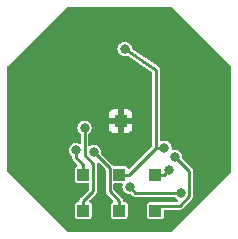
<source format=gbr>
%TF.GenerationSoftware,KiCad,Pcbnew,7.0.7*%
%TF.CreationDate,2023-11-24T20:38:26+10:30*%
%TF.ProjectId,ring_pcb_IR,72696e67-5f70-4636-925f-49522e6b6963,rev?*%
%TF.SameCoordinates,Original*%
%TF.FileFunction,Copper,L2,Bot*%
%TF.FilePolarity,Positive*%
%FSLAX46Y46*%
G04 Gerber Fmt 4.6, Leading zero omitted, Abs format (unit mm)*
G04 Created by KiCad (PCBNEW 7.0.7) date 2023-11-24 20:38:26*
%MOMM*%
%LPD*%
G01*
G04 APERTURE LIST*
%TA.AperFunction,SMDPad,CuDef*%
%ADD10R,1.000000X1.000000*%
%TD*%
%TA.AperFunction,ViaPad*%
%ADD11C,0.800000*%
%TD*%
%TA.AperFunction,Conductor*%
%ADD12C,0.250000*%
%TD*%
G04 APERTURE END LIST*
D10*
%TO.P,TP5,1,1*%
%TO.N,PB4*%
X133500400Y-115798600D03*
%TD*%
%TO.P,TP2,1,1*%
%TO.N,PB1*%
X139600400Y-118848600D03*
%TD*%
%TO.P,TP4,1,1*%
%TO.N,PB3*%
X136550400Y-118848600D03*
%TD*%
%TO.P,TP9,1,1*%
%TO.N,VCC*%
X136652000Y-111252000D03*
%TD*%
%TO.P,TP1,1,1*%
%TO.N,PB0*%
X139600400Y-115798600D03*
%TD*%
%TO.P,TP3,1,1*%
%TO.N,PB2*%
X136550400Y-115798600D03*
%TD*%
%TO.P,TP6,1,1*%
%TO.N,PB5*%
X133500400Y-118848600D03*
%TD*%
D11*
%TO.N,VCC*%
X141732000Y-106426000D03*
X132842000Y-108204000D03*
X132080000Y-105130000D03*
X140716000Y-108458000D03*
X140716000Y-112014000D03*
%TO.N,GND*%
X141732000Y-117348000D03*
X137414000Y-116877500D03*
%TO.N,PB0*%
X140715000Y-115406000D03*
%TO.N,PB1*%
X141271000Y-114292000D03*
%TO.N,PB2*%
X140370000Y-113516000D03*
X136994000Y-105156000D03*
%TO.N,PB3*%
X134400000Y-113907000D03*
%TO.N,PB4*%
X132861000Y-113741000D03*
%TO.N,PB5*%
X133606000Y-111826000D03*
%TD*%
D12*
%TO.N,VCC*%
X140716000Y-108458000D02*
X140716000Y-112014000D01*
X140716000Y-107442000D02*
X141732000Y-106426000D01*
X132842000Y-108204000D02*
X132842000Y-105892000D01*
X140716000Y-108458000D02*
X140716000Y-107442000D01*
X132842000Y-105892000D02*
X132080000Y-105130000D01*
%TO.N,GND*%
X141732000Y-117348000D02*
X137884500Y-117348000D01*
X137884500Y-117348000D02*
X137414000Y-116877500D01*
%TO.N,PB0*%
X139600800Y-115799000D02*
X139600400Y-115798600D01*
X139600800Y-115799000D02*
X140426000Y-115799000D01*
X140426000Y-115799000D02*
X140426000Y-115696000D01*
X140426000Y-115696000D02*
X140715000Y-115406000D01*
X139600000Y-115799000D02*
X139600800Y-115799000D01*
%TO.N,PB1*%
X139600000Y-118436500D02*
X141668098Y-118436500D01*
X139600000Y-118436500D02*
X139600400Y-118436900D01*
X142456500Y-115477500D02*
X141271000Y-114292000D01*
X142456500Y-117648098D02*
X142456500Y-115477500D01*
X139600400Y-118436900D02*
X139600400Y-118848600D01*
X141668098Y-118436500D02*
X142456500Y-117648098D01*
X139600000Y-118849000D02*
X139600000Y-118436500D01*
%TO.N,PB2*%
X136550800Y-115799000D02*
X136550400Y-115798600D01*
X139661000Y-106952000D02*
X139661000Y-113513000D01*
X136994000Y-105156000D02*
X139661000Y-106952000D01*
X139661000Y-113513000D02*
X140366000Y-113513000D01*
X140366000Y-113513000D02*
X140370000Y-113516000D01*
X137376000Y-115799000D02*
X139661000Y-113513000D01*
X136550000Y-115799000D02*
X136550800Y-115799000D01*
X136550800Y-115799000D02*
X137376000Y-115799000D01*
%TO.N,PB3*%
X135725000Y-115232000D02*
X134400000Y-113907000D01*
X135725000Y-117198000D02*
X135725000Y-115232000D01*
X136550000Y-118436500D02*
X136550400Y-118436900D01*
X136550000Y-118436500D02*
X136550000Y-118024000D01*
X136550000Y-118024000D02*
X135725000Y-117198000D01*
X136550000Y-118849000D02*
X136550000Y-118436500D01*
X136550400Y-118436900D02*
X136550400Y-118848600D01*
%TO.N,PB4*%
X133500000Y-114974000D02*
X132861000Y-114334000D01*
X133500000Y-115386500D02*
X133500400Y-115386900D01*
X133500000Y-115799000D02*
X133500000Y-115386500D01*
X133500400Y-115386900D02*
X133500400Y-115798600D01*
X133500000Y-115386500D02*
X133500000Y-114974000D01*
X132861000Y-114334000D02*
X132861000Y-113741000D01*
%TO.N,PB5*%
X133606000Y-114155000D02*
X133606000Y-111826000D01*
X134326000Y-117198000D02*
X134326000Y-114875000D01*
X134326000Y-114875000D02*
X133606000Y-114155000D01*
X133500400Y-118436900D02*
X133500400Y-118848600D01*
X133500000Y-118849000D02*
X133500000Y-118436500D01*
X133500000Y-118436500D02*
X133500400Y-118436900D01*
X133500000Y-118436500D02*
X133500000Y-118024000D01*
X133500000Y-118024000D02*
X134326000Y-117198000D01*
%TD*%
%TA.AperFunction,Conductor*%
%TO.N,VCC*%
G36*
X140985469Y-101620185D02*
G01*
X141006111Y-101636819D01*
X145988281Y-106618988D01*
X146021766Y-106680311D01*
X146024600Y-106706669D01*
X146024600Y-115468379D01*
X146004915Y-115535418D01*
X145988935Y-115555402D01*
X141016962Y-120602328D01*
X141006109Y-120613181D01*
X140944786Y-120646666D01*
X140918428Y-120649500D01*
X140796000Y-120649500D01*
X132181953Y-120624746D01*
X132114970Y-120604869D01*
X132094628Y-120588428D01*
X127087118Y-115580918D01*
X127053633Y-115519595D01*
X127050800Y-115493246D01*
X127050800Y-113741001D01*
X132255318Y-113741001D01*
X132275955Y-113897760D01*
X132275956Y-113897762D01*
X132336464Y-114043841D01*
X132432718Y-114169282D01*
X132486987Y-114210924D01*
X132528189Y-114267349D01*
X132535500Y-114309298D01*
X132535500Y-114316924D01*
X132535260Y-114322379D01*
X132531713Y-114362548D01*
X132531714Y-114362552D01*
X132542197Y-114401798D01*
X132543355Y-114407031D01*
X132550411Y-114447044D01*
X132552436Y-114452610D01*
X132558838Y-114468082D01*
X132561336Y-114473449D01*
X132584611Y-114506744D01*
X132587489Y-114511264D01*
X132607806Y-114546455D01*
X132638697Y-114572375D01*
X132642714Y-114576059D01*
X132970410Y-114904268D01*
X133003847Y-114965618D01*
X132998808Y-115035305D01*
X132956893Y-115091206D01*
X132930115Y-115106441D01*
X132922169Y-115109732D01*
X132855847Y-115154047D01*
X132811532Y-115220369D01*
X132811531Y-115220370D01*
X132799900Y-115278847D01*
X132799900Y-116318352D01*
X132811531Y-116376829D01*
X132811532Y-116376830D01*
X132855847Y-116443152D01*
X132922169Y-116487467D01*
X132922170Y-116487468D01*
X132980647Y-116499099D01*
X132980650Y-116499100D01*
X132980652Y-116499100D01*
X133876500Y-116499100D01*
X133943539Y-116518785D01*
X133989294Y-116571589D01*
X134000500Y-116623100D01*
X134000500Y-117011811D01*
X133980815Y-117078850D01*
X133964181Y-117099492D01*
X133281803Y-117781870D01*
X133277814Y-117785525D01*
X133246805Y-117811545D01*
X133226562Y-117846606D01*
X133223656Y-117851166D01*
X133200446Y-117884313D01*
X133198206Y-117889117D01*
X133191229Y-117905961D01*
X133189410Y-117910959D01*
X133182383Y-117950811D01*
X133181212Y-117956091D01*
X133170735Y-117995191D01*
X133170735Y-117995193D01*
X133172319Y-118013292D01*
X133158552Y-118081792D01*
X133109937Y-118131976D01*
X133048791Y-118148100D01*
X132980647Y-118148100D01*
X132922170Y-118159731D01*
X132922169Y-118159732D01*
X132855847Y-118204047D01*
X132811532Y-118270369D01*
X132811531Y-118270370D01*
X132799900Y-118328847D01*
X132799900Y-119368352D01*
X132811531Y-119426829D01*
X132811532Y-119426830D01*
X132855847Y-119493152D01*
X132922169Y-119537467D01*
X132922170Y-119537468D01*
X132980647Y-119549099D01*
X132980650Y-119549100D01*
X132980652Y-119549100D01*
X134020150Y-119549100D01*
X134020151Y-119549099D01*
X134034968Y-119546152D01*
X134078629Y-119537468D01*
X134078629Y-119537467D01*
X134078631Y-119537467D01*
X134144952Y-119493152D01*
X134189267Y-119426831D01*
X134189267Y-119426829D01*
X134189268Y-119426829D01*
X134200899Y-119368352D01*
X134200900Y-119368350D01*
X134200900Y-118328849D01*
X134200899Y-118328847D01*
X134189268Y-118270370D01*
X134189267Y-118270369D01*
X134144952Y-118204047D01*
X134078631Y-118159732D01*
X134070448Y-118156343D01*
X134016046Y-118112500D01*
X133993983Y-118046205D01*
X134011264Y-117978506D01*
X134030219Y-117954106D01*
X134544210Y-117440115D01*
X134548172Y-117436484D01*
X134579194Y-117410455D01*
X134599444Y-117375378D01*
X134602333Y-117370845D01*
X134625553Y-117337684D01*
X134625555Y-117337676D01*
X134627816Y-117332828D01*
X134634754Y-117316079D01*
X134636583Y-117311052D01*
X134636588Y-117311045D01*
X134643622Y-117271147D01*
X134644779Y-117265929D01*
X134655263Y-117226807D01*
X134651735Y-117186489D01*
X134651500Y-117181086D01*
X134651500Y-114918187D01*
X134671185Y-114851148D01*
X134723989Y-114805393D01*
X134793147Y-114795449D01*
X134856703Y-114824474D01*
X134863166Y-114830492D01*
X135123362Y-115090688D01*
X135363181Y-115330507D01*
X135396666Y-115391830D01*
X135399500Y-115418188D01*
X135399500Y-117180957D01*
X135399261Y-117186401D01*
X135395719Y-117226606D01*
X135395719Y-117226607D01*
X135406200Y-117265821D01*
X135407361Y-117271065D01*
X135414411Y-117311043D01*
X135416386Y-117316471D01*
X135422923Y-117332265D01*
X135425363Y-117337505D01*
X135448623Y-117370766D01*
X135451509Y-117375299D01*
X135471806Y-117410455D01*
X135502722Y-117436397D01*
X135506734Y-117440075D01*
X136019611Y-117953574D01*
X136020320Y-117954283D01*
X136053768Y-118015626D01*
X136048742Y-118085315D01*
X136006836Y-118141223D01*
X135980045Y-118156470D01*
X135972168Y-118159732D01*
X135905847Y-118204047D01*
X135861532Y-118270369D01*
X135861531Y-118270370D01*
X135849900Y-118328847D01*
X135849900Y-119368352D01*
X135861531Y-119426829D01*
X135861532Y-119426830D01*
X135905847Y-119493152D01*
X135972169Y-119537467D01*
X135972170Y-119537468D01*
X136030647Y-119549099D01*
X136030650Y-119549100D01*
X136030652Y-119549100D01*
X137070150Y-119549100D01*
X137070151Y-119549099D01*
X137084968Y-119546152D01*
X137128629Y-119537468D01*
X137128629Y-119537467D01*
X137128631Y-119537467D01*
X137194952Y-119493152D01*
X137239267Y-119426831D01*
X137239267Y-119426829D01*
X137239268Y-119426829D01*
X137250899Y-119368352D01*
X137250900Y-119368350D01*
X137250900Y-118328849D01*
X137250899Y-118328847D01*
X137239268Y-118270370D01*
X137239267Y-118270369D01*
X137194952Y-118204047D01*
X137128630Y-118159732D01*
X137128629Y-118159731D01*
X137070152Y-118148100D01*
X137070148Y-118148100D01*
X137001233Y-118148100D01*
X136934194Y-118128415D01*
X136888439Y-118075611D01*
X136877711Y-118013220D01*
X136879281Y-117995394D01*
X136879227Y-117995193D01*
X136868797Y-117956173D01*
X136867635Y-117950925D01*
X136861527Y-117916280D01*
X136860588Y-117910955D01*
X136860587Y-117910954D01*
X136860587Y-117910951D01*
X136858600Y-117905493D01*
X136852088Y-117889757D01*
X136849641Y-117884501D01*
X136849510Y-117884313D01*
X136826367Y-117851219D01*
X136823491Y-117846701D01*
X136823436Y-117846606D01*
X136803194Y-117811545D01*
X136803193Y-117811544D01*
X136803192Y-117811542D01*
X136772270Y-117785595D01*
X136768255Y-117781913D01*
X136086766Y-117099597D01*
X136053318Y-117038254D01*
X136050500Y-117011969D01*
X136050500Y-116623100D01*
X136070185Y-116556061D01*
X136122989Y-116510306D01*
X136174500Y-116499100D01*
X136735183Y-116499100D01*
X136802222Y-116518785D01*
X136847977Y-116571589D01*
X136857921Y-116640747D01*
X136849745Y-116670548D01*
X136846777Y-116677715D01*
X136828956Y-116720738D01*
X136828955Y-116720739D01*
X136808318Y-116877498D01*
X136808318Y-116877501D01*
X136828955Y-117034260D01*
X136828956Y-117034262D01*
X136889464Y-117180341D01*
X136985718Y-117305782D01*
X137111159Y-117402036D01*
X137257238Y-117462544D01*
X137285548Y-117466271D01*
X137413999Y-117483182D01*
X137413999Y-117483181D01*
X137414000Y-117483182D01*
X137481816Y-117474253D01*
X137550851Y-117485018D01*
X137585683Y-117509511D01*
X137642373Y-117566201D01*
X137646028Y-117570189D01*
X137672042Y-117601191D01*
X137672045Y-117601194D01*
X137700887Y-117617845D01*
X137707104Y-117621435D01*
X137711654Y-117624333D01*
X137744816Y-117647553D01*
X137744818Y-117647553D01*
X137744819Y-117647554D01*
X137749668Y-117649815D01*
X137766447Y-117656765D01*
X137771452Y-117658587D01*
X137771453Y-117658587D01*
X137771455Y-117658588D01*
X137811329Y-117665618D01*
X137816592Y-117666786D01*
X137828407Y-117669951D01*
X137855693Y-117677263D01*
X137896010Y-117673735D01*
X137901412Y-117673500D01*
X141163701Y-117673500D01*
X141230740Y-117693185D01*
X141262077Y-117722014D01*
X141301763Y-117773735D01*
X141303718Y-117776282D01*
X141429159Y-117872536D01*
X141429163Y-117872539D01*
X141436196Y-117876599D01*
X141435526Y-117877758D01*
X141483328Y-117916280D01*
X141505393Y-117982574D01*
X141488114Y-118050274D01*
X141436976Y-118097884D01*
X141381472Y-118111000D01*
X139659181Y-118111000D01*
X139634106Y-118107699D01*
X139628808Y-118107235D01*
X139593892Y-118110290D01*
X139588481Y-118110764D01*
X139583078Y-118111000D01*
X139542605Y-118111000D01*
X139537392Y-118111919D01*
X139519586Y-118115865D01*
X139509330Y-118118613D01*
X139491939Y-118124097D01*
X139486954Y-118125912D01*
X139477294Y-118131489D01*
X139415298Y-118148100D01*
X139080647Y-118148100D01*
X139022170Y-118159731D01*
X139022169Y-118159732D01*
X138955847Y-118204047D01*
X138911532Y-118270369D01*
X138911531Y-118270370D01*
X138899900Y-118328847D01*
X138899900Y-119368352D01*
X138911531Y-119426829D01*
X138911532Y-119426830D01*
X138955847Y-119493152D01*
X139022169Y-119537467D01*
X139022170Y-119537468D01*
X139080647Y-119549099D01*
X139080650Y-119549100D01*
X139080652Y-119549100D01*
X140120150Y-119549100D01*
X140120151Y-119549099D01*
X140134968Y-119546152D01*
X140178629Y-119537468D01*
X140178629Y-119537467D01*
X140178631Y-119537467D01*
X140244952Y-119493152D01*
X140289267Y-119426831D01*
X140289267Y-119426829D01*
X140289268Y-119426829D01*
X140300899Y-119368352D01*
X140300900Y-119368350D01*
X140300900Y-118886000D01*
X140320585Y-118818961D01*
X140373389Y-118773206D01*
X140424900Y-118762000D01*
X141651176Y-118762000D01*
X141656579Y-118762235D01*
X141696905Y-118765764D01*
X141736038Y-118755277D01*
X141741260Y-118754119D01*
X141781143Y-118747088D01*
X141781148Y-118747084D01*
X141786197Y-118745247D01*
X141802922Y-118738319D01*
X141807779Y-118736054D01*
X141807782Y-118736054D01*
X141840939Y-118712835D01*
X141845488Y-118709938D01*
X141880553Y-118689694D01*
X141906579Y-118658676D01*
X141910220Y-118654702D01*
X142674704Y-117890218D01*
X142678666Y-117886587D01*
X142709694Y-117860553D01*
X142729938Y-117825488D01*
X142732835Y-117820939D01*
X142756054Y-117787782D01*
X142756054Y-117787779D01*
X142758319Y-117782922D01*
X142765247Y-117766197D01*
X142767084Y-117761148D01*
X142767088Y-117761143D01*
X142774119Y-117721260D01*
X142775277Y-117716038D01*
X142785764Y-117676905D01*
X142782235Y-117636576D01*
X142782000Y-117631173D01*
X142782000Y-115494412D01*
X142782236Y-115489006D01*
X142785763Y-115448691D01*
X142775285Y-115409590D01*
X142774118Y-115404330D01*
X142767088Y-115364455D01*
X142767087Y-115364453D01*
X142765260Y-115359433D01*
X142758320Y-115342676D01*
X142756054Y-115337819D01*
X142756054Y-115337816D01*
X142732837Y-115304659D01*
X142729935Y-115300105D01*
X142709694Y-115265045D01*
X142678682Y-115239022D01*
X142674710Y-115235383D01*
X141903010Y-114463684D01*
X141869526Y-114402362D01*
X141867753Y-114359818D01*
X141873401Y-114316924D01*
X141876682Y-114292000D01*
X141868120Y-114226968D01*
X141856044Y-114135239D01*
X141856044Y-114135238D01*
X141795536Y-113989159D01*
X141699282Y-113863718D01*
X141573841Y-113767464D01*
X141532256Y-113750239D01*
X141427762Y-113706956D01*
X141427760Y-113706955D01*
X141271001Y-113686318D01*
X141270999Y-113686318D01*
X141107871Y-113707794D01*
X141038836Y-113697028D01*
X140986580Y-113650648D01*
X140967695Y-113583379D01*
X140968745Y-113568687D01*
X140975682Y-113516000D01*
X140955044Y-113359238D01*
X140894536Y-113213159D01*
X140798282Y-113087718D01*
X140672841Y-112991464D01*
X140582047Y-112953856D01*
X140526762Y-112930956D01*
X140526760Y-112930955D01*
X140370001Y-112910318D01*
X140369999Y-112910318D01*
X140213239Y-112930955D01*
X140213237Y-112930956D01*
X140157953Y-112953856D01*
X140088483Y-112961325D01*
X140026004Y-112930050D01*
X139990352Y-112869961D01*
X139986500Y-112839295D01*
X139986500Y-107007024D01*
X139990162Y-106977113D01*
X139990733Y-106974814D01*
X139990733Y-106974813D01*
X139990734Y-106974809D01*
X139986845Y-106938071D01*
X139986500Y-106931539D01*
X139986500Y-106923527D01*
X139983879Y-106908665D01*
X139983284Y-106904444D01*
X139978649Y-106860658D01*
X139978647Y-106860654D01*
X139975651Y-106850232D01*
X139976089Y-106850105D01*
X139975726Y-106848989D01*
X139975297Y-106849146D01*
X139971588Y-106838958D01*
X139971588Y-106838955D01*
X139949578Y-106800832D01*
X139947579Y-106797076D01*
X139928251Y-106757524D01*
X139928249Y-106757522D01*
X139928248Y-106757519D01*
X139921868Y-106748752D01*
X139922237Y-106748483D01*
X139921516Y-106747561D01*
X139921166Y-106747855D01*
X139914191Y-106739542D01*
X139880484Y-106711259D01*
X139877300Y-106708395D01*
X139875510Y-106706669D01*
X139866434Y-106697917D01*
X139866430Y-106697914D01*
X139859779Y-106693435D01*
X139854556Y-106689502D01*
X139826261Y-106665760D01*
X139824030Y-106664948D01*
X139797180Y-106651280D01*
X137648290Y-105204183D01*
X137603680Y-105150410D01*
X137594615Y-105117519D01*
X137579044Y-104999238D01*
X137518536Y-104853159D01*
X137422282Y-104727718D01*
X137296841Y-104631464D01*
X137150762Y-104570956D01*
X137150760Y-104570955D01*
X136994001Y-104550318D01*
X136993999Y-104550318D01*
X136837239Y-104570955D01*
X136837237Y-104570956D01*
X136691160Y-104631463D01*
X136565718Y-104727718D01*
X136469463Y-104853160D01*
X136408956Y-104999237D01*
X136408955Y-104999239D01*
X136388318Y-105155998D01*
X136388318Y-105156001D01*
X136408955Y-105312760D01*
X136408956Y-105312762D01*
X136469464Y-105458841D01*
X136565718Y-105584282D01*
X136691159Y-105680536D01*
X136837238Y-105741044D01*
X136915618Y-105751363D01*
X136993999Y-105761682D01*
X136994000Y-105761682D01*
X136994001Y-105761682D01*
X137017768Y-105758552D01*
X137150762Y-105741044D01*
X137155855Y-105738934D01*
X137169299Y-105733366D01*
X137238768Y-105725896D01*
X137286017Y-105745073D01*
X139137429Y-106991844D01*
X139280763Y-107088367D01*
X139325374Y-107142141D01*
X139335500Y-107191220D01*
X139335500Y-113326868D01*
X139315815Y-113393907D01*
X139299200Y-113414530D01*
X137445170Y-115269371D01*
X137383855Y-115302869D01*
X137314162Y-115297900D01*
X137258219Y-115256041D01*
X137242909Y-115229161D01*
X137239267Y-115220369D01*
X137194952Y-115154047D01*
X137128630Y-115109732D01*
X137128629Y-115109731D01*
X137070152Y-115098100D01*
X137070148Y-115098100D01*
X136095139Y-115098100D01*
X136028100Y-115078415D01*
X135987752Y-115036100D01*
X135978194Y-115019545D01*
X135947177Y-114993518D01*
X135943193Y-114989867D01*
X135032011Y-114078685D01*
X134998526Y-114017362D01*
X134996753Y-113974818D01*
X135005682Y-113907000D01*
X135005682Y-113906998D01*
X134985044Y-113750239D01*
X134985044Y-113750238D01*
X134924536Y-113604159D01*
X134828282Y-113478718D01*
X134702841Y-113382464D01*
X134556762Y-113321956D01*
X134556760Y-113321955D01*
X134400001Y-113301318D01*
X134399999Y-113301318D01*
X134243239Y-113321955D01*
X134243234Y-113321957D01*
X134102951Y-113380064D01*
X134033482Y-113387533D01*
X133971003Y-113356258D01*
X133935351Y-113296169D01*
X133931499Y-113265509D01*
X133931499Y-112394298D01*
X133951184Y-112327260D01*
X133980011Y-112295924D01*
X134034282Y-112254282D01*
X134130536Y-112128841D01*
X134191044Y-111982762D01*
X134211682Y-111826000D01*
X134191044Y-111669238D01*
X134130536Y-111523159D01*
X134114300Y-111502000D01*
X135652000Y-111502000D01*
X135652000Y-111799844D01*
X135658401Y-111859372D01*
X135658403Y-111859379D01*
X135708645Y-111994086D01*
X135708649Y-111994093D01*
X135794809Y-112109187D01*
X135794812Y-112109190D01*
X135909906Y-112195350D01*
X135909913Y-112195354D01*
X136044620Y-112245596D01*
X136044627Y-112245598D01*
X136104155Y-112251999D01*
X136104172Y-112252000D01*
X136402000Y-112252000D01*
X136402000Y-111502000D01*
X136902000Y-111502000D01*
X136902000Y-112252000D01*
X137199828Y-112252000D01*
X137199844Y-112251999D01*
X137259372Y-112245598D01*
X137259379Y-112245596D01*
X137394086Y-112195354D01*
X137394093Y-112195350D01*
X137509187Y-112109190D01*
X137509190Y-112109187D01*
X137595350Y-111994093D01*
X137595354Y-111994086D01*
X137645596Y-111859379D01*
X137645598Y-111859372D01*
X137651999Y-111799844D01*
X137652000Y-111799827D01*
X137652000Y-111502000D01*
X136902000Y-111502000D01*
X136402000Y-111502000D01*
X135652000Y-111502000D01*
X134114300Y-111502000D01*
X134034282Y-111397718D01*
X133908841Y-111301464D01*
X133762762Y-111240956D01*
X133762760Y-111240955D01*
X133606001Y-111220318D01*
X133605999Y-111220318D01*
X133449239Y-111240955D01*
X133449237Y-111240956D01*
X133303160Y-111301463D01*
X133177718Y-111397718D01*
X133081463Y-111523160D01*
X133020956Y-111669237D01*
X133020955Y-111669239D01*
X133000318Y-111825998D01*
X133000318Y-111826001D01*
X133020955Y-111982760D01*
X133020956Y-111982762D01*
X133081464Y-112128841D01*
X133177718Y-112254282D01*
X133231987Y-112295924D01*
X133273189Y-112352349D01*
X133280500Y-112394298D01*
X133280500Y-113079206D01*
X133260815Y-113146245D01*
X133208011Y-113192000D01*
X133138853Y-113201944D01*
X133109048Y-113193767D01*
X133017765Y-113155957D01*
X133017760Y-113155955D01*
X132861001Y-113135318D01*
X132860999Y-113135318D01*
X132704239Y-113155955D01*
X132704237Y-113155956D01*
X132558160Y-113216463D01*
X132432718Y-113312718D01*
X132336463Y-113438160D01*
X132275956Y-113584237D01*
X132275955Y-113584239D01*
X132255318Y-113740998D01*
X132255318Y-113741001D01*
X127050800Y-113741001D01*
X127050800Y-111002000D01*
X135652000Y-111002000D01*
X136402000Y-111002000D01*
X136402000Y-110252000D01*
X136902000Y-110252000D01*
X136902000Y-111002000D01*
X137652000Y-111002000D01*
X137652000Y-110704172D01*
X137651999Y-110704155D01*
X137645598Y-110644627D01*
X137645596Y-110644620D01*
X137595354Y-110509913D01*
X137595350Y-110509906D01*
X137509190Y-110394812D01*
X137509187Y-110394809D01*
X137394093Y-110308649D01*
X137394086Y-110308645D01*
X137259379Y-110258403D01*
X137259372Y-110258401D01*
X137199844Y-110252000D01*
X136902000Y-110252000D01*
X136402000Y-110252000D01*
X136104155Y-110252000D01*
X136044627Y-110258401D01*
X136044620Y-110258403D01*
X135909913Y-110308645D01*
X135909906Y-110308649D01*
X135794812Y-110394809D01*
X135794809Y-110394812D01*
X135708649Y-110509906D01*
X135708645Y-110509913D01*
X135658403Y-110644620D01*
X135658401Y-110644627D01*
X135652000Y-110704155D01*
X135652000Y-111002000D01*
X127050800Y-111002000D01*
X127050800Y-106681265D01*
X127070484Y-106614230D01*
X127087115Y-106593591D01*
X127110504Y-106570202D01*
X132075820Y-101663767D01*
X132137340Y-101630651D01*
X132162255Y-101627974D01*
X136942859Y-101600500D01*
X140918430Y-101600500D01*
X140985469Y-101620185D01*
G37*
%TD.AperFunction*%
%TD*%
M02*

</source>
